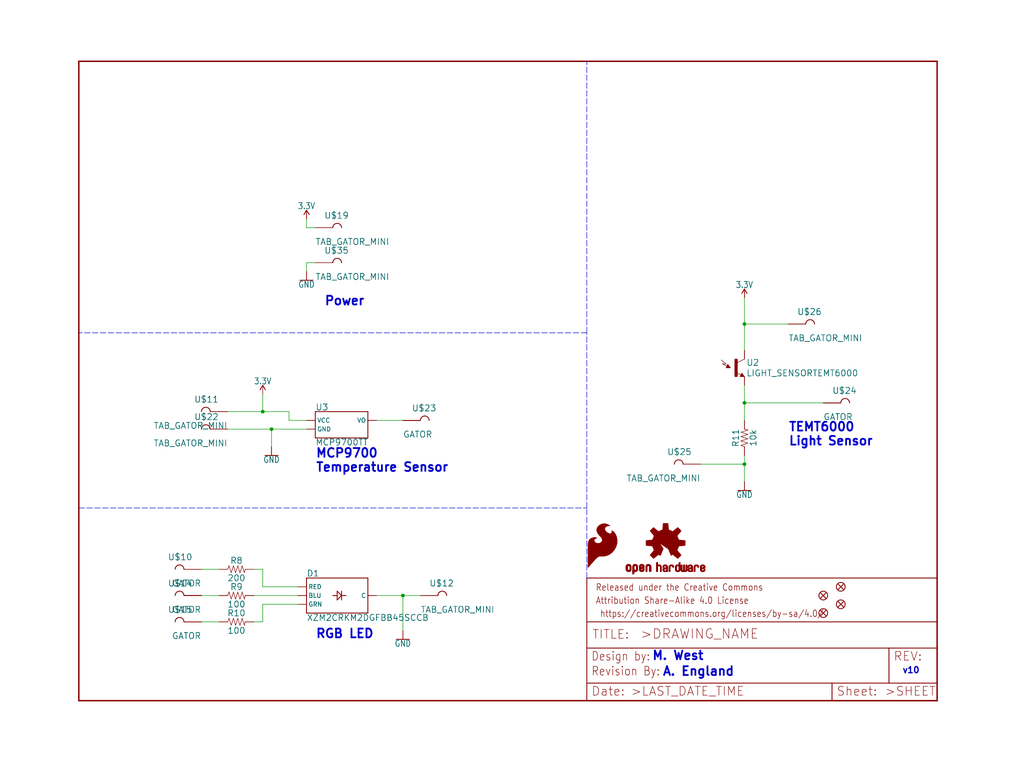
<source format=kicad_sch>
(kicad_sch (version 20211123) (generator eeschema)
  (paper "User" 297.002 223.926)
  (lib_symbols
    (symbol "schematicEagle-eagle-import:100OHM-0603-1{slash}4W-5%"
      (property "Reference" "R" (at 0 1.524 0))
      (property "Value" "100OHM-0603-1{slash}4W-5%" (at 0 -1.524 0))
      (symbol "100OHM-0603-1{slash}4W-5%_1_0"
        (pin passive line (at -5.08 0 0) (length 2.54) (name "1") (number "1"))
        (pin passive line (at 5.08 0 180) (length 2.54) (name "2") (number "2"))
      )
    )
    (symbol "schematicEagle-eagle-import:10KOHM-0603-1{slash}10W-1%"
      (property "Reference" "R" (at 0 1.524 0))
      (property "Value" "10KOHM-0603-1{slash}10W-1%" (at 0 -1.524 0))
      (symbol "10KOHM-0603-1{slash}10W-1%_1_0"
        (pin passive line (at -5.08 0 0) (length 2.54) (name "1") (number "1"))
        (pin passive line (at 5.08 0 180) (length 2.54) (name "2") (number "2"))
      )
    )
    (symbol "schematicEagle-eagle-import:200OHM-0603-1{slash}10W-1%"
      (property "Reference" "R" (at 0 1.524 0))
      (property "Value" "200OHM-0603-1{slash}10W-1%" (at 0 -1.524 0))
      (symbol "200OHM-0603-1{slash}10W-1%_1_0"
        (pin passive line (at -5.08 0 0) (length 2.54) (name "1") (number "1"))
        (pin passive line (at 5.08 0 180) (length 2.54) (name "2") (number "2"))
      )
    )
    (symbol "schematicEagle-eagle-import:3.3V" (power)
      (property "Value" "3.3V" (at 0 2.794 0))
      (symbol "3.3V_1_0"
        (pin power_in line (at 0 0 90) (length 2.54) (name "3.3V") (number "1"))
      )
    )
    (symbol "schematicEagle-eagle-import:FIDUCIALUFIDUCIAL")
    (symbol "schematicEagle-eagle-import:FRAME-LETTER"
      (symbol "FRAME-LETTER_2_0"
        (text " https://creativecommons.org/licenses/by-sa/4.0/" (at 2.54 24.13 0) (effects (font (size 1.9304 1.6408)) (justify left bottom)))
        (text ">DRAWING_NAME" (at 15.494 17.78 0) (effects (font (size 2.7432 2.7432)) (justify left bottom)))
        (text ">LAST_DATE_TIME" (at 12.7 1.27 0) (effects (font (size 2.54 2.54)) (justify left bottom)))
        (text ">SHEET" (at 86.36 1.27 0) (effects (font (size 2.54 2.54)) (justify left bottom)))
        (text "Attribution Share-Alike 4.0 License" (at 2.54 27.94 0) (effects (font (size 1.9304 1.6408)) (justify left bottom)))
        (text "Date:" (at 1.27 1.27 0) (effects (font (size 2.54 2.54)) (justify left bottom)))
        (text "Design by:" (at 1.27 11.43 0) (effects (font (size 2.54 2.159)) (justify left bottom)))
        (text "Released under the Creative Commons" (at 2.54 31.75 0) (effects (font (size 1.9304 1.6408)) (justify left bottom)))
        (text "REV:" (at 88.9 11.43 0) (effects (font (size 2.54 2.54)) (justify left bottom)))
        (text "Sheet:" (at 72.39 1.27 0) (effects (font (size 2.54 2.54)) (justify left bottom)))
        (text "TITLE:" (at 1.524 17.78 0) (effects (font (size 2.54 2.54)) (justify left bottom)))
      )
    )
    (symbol "schematicEagle-eagle-import:GATOR"
      (property "Reference" "J" (at 0 2.54 0))
      (property "Value" "GATOR" (at -2.54 -5.08 0))
      (symbol "GATOR_1_0"
        (pin bidirectional line (at -2.54 0 0) (length 5.08) (name "P$1") (number "P$1"))
        (pin bidirectional line (at -2.54 0 0) (length 5.08) (name "P$1") (number "P$2"))
      )
    )
    (symbol "schematicEagle-eagle-import:GND" (power)
      (property "Value" "GND" (at 0 -0.254 0))
      (symbol "GND_1_0"
        (pin power_in line (at 0 2.54 270) (length 2.54) (name "GND") (number "1"))
      )
    )
    (symbol "schematicEagle-eagle-import:LIGHT_SENSORTEMT6000"
      (property "Reference" "U" (at 3.048 0.508 0))
      (property "Value" "LIGHT_SENSORTEMT6000" (at 3.048 -0.508 0))
      (symbol "LIGHT_SENSORTEMT6000_1_0"
        (pin passive line (at 2.54 5.08 270) (length 2.54) (name "C1") (number "COLLECTOR"))
        (pin passive line (at 2.54 -5.08 90) (length 2.54) (name "E1") (number "EMITTER"))
      )
    )
    (symbol "schematicEagle-eagle-import:MCP9700TT"
      (property "Reference" "U" (at -7.62 5.334 0))
      (property "Value" "MCP9700TT" (at -7.62 -2.794 0))
      (symbol "MCP9700TT_1_0"
        (pin bidirectional line (at -10.16 2.54 0) (length 2.54) (name "VCC") (number "1"))
        (pin bidirectional line (at 10.16 2.54 180) (length 2.54) (name "VO") (number "2"))
        (pin bidirectional line (at -10.16 0 0) (length 2.54) (name "GND") (number "3"))
      )
    )
    (symbol "schematicEagle-eagle-import:OSHW-LOGOS")
    (symbol "schematicEagle-eagle-import:REVISION"
      (symbol "REVISION_1_0"
        (text "Revision By: " (at 0 0 0) (effects (font (size 2.54 2.159)) (justify left bottom)))
      )
    )
    (symbol "schematicEagle-eagle-import:SFE_LOGO_FLAME.1_INCH")
    (symbol "schematicEagle-eagle-import:SUNLEDSMD1"
      (property "Reference" "D" (at -7.62 5.3975 0))
      (property "Value" "SUNLEDSMD1" (at -7.62 -5.3975 0))
      (symbol "SUNLEDSMD1_1_0"
        (pin bidirectional line (at -10.16 2.54 0) (length 2.54) (name "RED") (number "1"))
        (pin bidirectional line (at -10.16 -2.54 0) (length 2.54) (name "GRN") (number "2"))
        (pin bidirectional line (at -10.16 0 0) (length 2.54) (name "BLU") (number "3"))
        (pin bidirectional line (at 12.7 0 180) (length 2.54) (name "C") (number "4"))
      )
    )
    (symbol "schematicEagle-eagle-import:TAB_GATOR_MINI"
      (property "Value" "TAB_GATOR_MINI" (at -2.54 -5.08 0))
      (symbol "TAB_GATOR_MINI_1_0"
        (pin bidirectional line (at -2.54 0 0) (length 5.08) (name "P$1") (number "P1"))
      )
    )
  )
  (junction (at 78.74 124.46))
  (junction (at 76.2 119.38))
  (junction (at 116.84 172.72))
  (junction (at 215.9 93.98))
  (junction (at 215.9 116.84))
  (junction (at 215.9 134.62))
  (wire (pts (xy 83.82 119.38) (xy 83.82 121.92)))
  (wire (pts (xy 86.36 172.72) (xy 73.66 172.72)))
  (wire (pts (xy 63.5 180.34) (xy 58.42 180.34)))
  (wire (pts (xy 78.74 124.46) (xy 88.9 124.46)))
  (wire (pts (xy 76.2 165.1) (xy 73.66 165.1)))
  (wire (pts (xy 83.82 121.92) (xy 88.9 121.92)))
  (wire (pts (xy 63.5 165.1) (xy 58.42 165.1)))
  (wire (pts (xy 76.2 175.26) (xy 76.2 180.34)))
  (polyline (pts (xy 170.18 167.64) (xy 170.18 147.32)))
  (wire (pts (xy 76.2 170.18) (xy 76.2 165.1)))
  (wire (pts (xy 116.84 172.72) (xy 116.84 182.88)))
  (polyline (pts (xy 22.86 147.32) (xy 170.18 147.32)))
  (wire (pts (xy 88.9 76.2) (xy 88.9 78.74)))
  (wire (pts (xy 215.9 132.08) (xy 215.9 134.62)))
  (polyline (pts (xy 170.18 96.52) (xy 170.18 17.78)))
  (wire (pts (xy 86.36 175.26) (xy 76.2 175.26)))
  (wire (pts (xy 215.9 116.84) (xy 238.76 116.84)))
  (wire (pts (xy 86.36 170.18) (xy 76.2 170.18)))
  (wire (pts (xy 238.76 116.84) (xy 241.3 116.84)))
  (wire (pts (xy 215.9 101.6) (xy 215.9 93.98)))
  (wire (pts (xy 215.9 116.84) (xy 215.9 121.92)))
  (wire (pts (xy 88.9 63.5) (xy 88.9 66.04)))
  (wire (pts (xy 78.74 129.54) (xy 78.74 124.46)))
  (wire (pts (xy 215.9 134.62) (xy 215.9 139.7)))
  (wire (pts (xy 215.9 111.76) (xy 215.9 116.84)))
  (wire (pts (xy 91.44 76.2) (xy 88.9 76.2)))
  (polyline (pts (xy 170.18 96.52) (xy 22.86 96.52)))
  (wire (pts (xy 215.9 134.62) (xy 203.2 134.62)))
  (wire (pts (xy 63.5 172.72) (xy 58.42 172.72)))
  (wire (pts (xy 109.22 172.72) (xy 116.84 172.72)))
  (wire (pts (xy 76.2 180.34) (xy 73.66 180.34)))
  (wire (pts (xy 215.9 93.98) (xy 228.6 93.98)))
  (wire (pts (xy 88.9 66.04) (xy 91.44 66.04)))
  (polyline (pts (xy 170.18 147.32) (xy 170.18 96.52)))
  (wire (pts (xy 76.2 119.38) (xy 83.82 119.38)))
  (wire (pts (xy 66.04 119.38) (xy 76.2 119.38)))
  (wire (pts (xy 76.2 114.3) (xy 76.2 119.38)))
  (wire (pts (xy 109.22 121.92) (xy 116.84 121.92)))
  (wire (pts (xy 66.04 124.46) (xy 78.74 124.46)))
  (wire (pts (xy 116.84 172.72) (xy 121.92 172.72)))
  (wire (pts (xy 215.9 93.98) (xy 215.9 86.36)))
  (text "TEMT6000\nLight Sensor" (at 228.6 129.54 180) (effects (font (size 2.54 2.54) (thickness 0.508) bold) (justify left bottom)))
  (text "M. West" (at 188.976 191.77 180) (effects (font (size 2.54 2.54) (thickness 0.508) bold) (justify left bottom)))
  (text "v10" (at 261.62 195.58 180) (effects (font (size 1.778 1.778) (thickness 0.3556) bold) (justify left bottom)))
  (text "RGB LED" (at 91.44 185.42 180) (effects (font (size 2.54 2.54) (thickness 0.508) bold) (justify left bottom)))
  (text "Power" (at 93.98 88.9 180) (effects (font (size 2.54 2.54) (thickness 0.508) bold) (justify left bottom)))
  (text "A. England" (at 192.024 196.342 180) (effects (font (size 2.54 2.54) (thickness 0.508) bold) (justify left bottom)))
  (text "MCP9700\nTemperature Sensor" (at 91.44 137.16 180) (effects (font (size 2.54 2.54) (thickness 0.508) bold) (justify left bottom)))
  (symbol (lib_id "schematicEagle-eagle-import:200OHM-0603-1{slash}10W-1%") (at 68.58 165.1 0) (unit 1)
    (property "Reference" "R8" (at 68.58 163.576 0) (effects (font (size 1.778 1.778)) (justify bottom)))
    (property "Value" "200" (at 68.58 166.624 0) (effects (font (size 1.778 1.778)) (justify top)))
    (property "Footprint" "schematicEagle:0603" (effects hide))
  )
  (symbol (lib_id "schematicEagle-eagle-import:GATOR") (at 55.88 180.34 0) (mirror y) (unit 1)
    (property "Reference" "U$15" (at 55.88 177.8 0) (effects (font (size 1.778 1.778)) (justify left bottom)))
    (property "Value" "GATOR" (at 58.42 185.42 0) (effects (font (size 1.778 1.778)) (justify left bottom)))
    (property "Footprint" "schematicEagle:GATOR" (effects hide))
  )
  (symbol (lib_id "schematicEagle-eagle-import:REVISION") (at 171.45 196.088 0) (unit 1)
    (property "Reference" "LOGO7" (effects hide))
    (property "Value" "REVISION" (effects hide))
    (property "Footprint" "schematicEagle:REVISION" (effects hide))
  )
  (symbol (lib_id "schematicEagle-eagle-import:TAB_GATOR_MINI") (at 200.66 134.62 0) (mirror y) (unit 1)
    (property "Reference" "U$25" (at 200.66 132.08 0) (effects (font (size 1.778 1.778)) (justify left bottom)))
    (property "Value" "TAB_GATOR_MINI" (at 203.2 139.7 0) (effects (font (size 1.778 1.778)) (justify left bottom)))
    (property "Footprint" "schematicEagle:TAB_GATOR_MINI" (effects hide))
  )
  (symbol (lib_id "schematicEagle-eagle-import:100OHM-0603-1{slash}4W-5%") (at 68.58 180.34 0) (unit 1)
    (property "Reference" "R10" (at 68.58 178.816 0) (effects (font (size 1.778 1.778)) (justify bottom)))
    (property "Value" "100" (at 68.58 181.864 0) (effects (font (size 1.778 1.778)) (justify top)))
    (property "Footprint" "schematicEagle:0603" (effects hide))
  )
  (symbol (lib_id "schematicEagle-eagle-import:FIDUCIALUFIDUCIAL") (at 243.84 175.26 0) (unit 1)
    (property "Reference" "FD4" (effects hide))
    (property "Value" "FIDUCIALUFIDUCIAL" (effects hide))
    (property "Footprint" "schematicEagle:FIDUCIAL-MICRO" (effects hide))
  )
  (symbol (lib_id "schematicEagle-eagle-import:TAB_GATOR_MINI") (at 63.5 119.38 0) (mirror y) (unit 1)
    (property "Reference" "U$11" (at 63.5 116.84 0) (effects (font (size 1.778 1.778)) (justify left bottom)))
    (property "Value" "TAB_GATOR_MINI" (at 66.04 124.46 0) (effects (font (size 1.778 1.778)) (justify left bottom)))
    (property "Footprint" "schematicEagle:TAB_GATOR_MINI" (effects hide))
  )
  (symbol (lib_id "schematicEagle-eagle-import:3.3V") (at 76.2 114.3 0) (unit 1)
    (property "Reference" "#SUPPLY10" (effects hide))
    (property "Value" "3.3V" (at 76.2 111.506 0) (effects (font (size 1.778 1.5113)) (justify bottom)))
    (property "Footprint" "schematicEagle:" (effects hide))
  )
  (symbol (lib_id "schematicEagle-eagle-import:GND") (at 78.74 132.08 0) (unit 1)
    (property "Reference" "#GND9" (effects hide))
    (property "Value" "GND" (at 78.74 132.334 0) (effects (font (size 1.778 1.5113)) (justify top)))
    (property "Footprint" "schematicEagle:" (effects hide))
  )
  (symbol (lib_id "schematicEagle-eagle-import:3.3V") (at 215.9 86.36 0) (unit 1)
    (property "Reference" "#SUPPLY11" (effects hide))
    (property "Value" "3.3V" (at 215.9 83.566 0) (effects (font (size 1.778 1.5113)) (justify bottom)))
    (property "Footprint" "schematicEagle:" (effects hide))
  )
  (symbol (lib_id "schematicEagle-eagle-import:GATOR") (at 119.38 121.92 0) (unit 1)
    (property "Reference" "U$23" (at 119.38 119.38 0) (effects (font (size 1.778 1.778)) (justify left bottom)))
    (property "Value" "GATOR" (at 116.84 127 0) (effects (font (size 1.778 1.778)) (justify left bottom)))
    (property "Footprint" "schematicEagle:GATOR" (effects hide))
  )
  (symbol (lib_id "schematicEagle-eagle-import:TAB_GATOR_MINI") (at 93.98 66.04 0) (unit 1)
    (property "Reference" "U$19" (at 93.98 63.5 0) (effects (font (size 1.778 1.778)) (justify left bottom)))
    (property "Value" "TAB_GATOR_MINI" (at 91.44 71.12 0) (effects (font (size 1.778 1.778)) (justify left bottom)))
    (property "Footprint" "schematicEagle:TAB_GATOR_MINI" (effects hide))
  )
  (symbol (lib_id "schematicEagle-eagle-import:TAB_GATOR_MINI") (at 93.98 76.2 0) (unit 1)
    (property "Reference" "U$35" (at 93.98 73.66 0) (effects (font (size 1.778 1.778)) (justify left bottom)))
    (property "Value" "TAB_GATOR_MINI" (at 91.44 81.28 0) (effects (font (size 1.778 1.778)) (justify left bottom)))
    (property "Footprint" "schematicEagle:TAB_GATOR_MINI" (effects hide))
  )
  (symbol (lib_id "schematicEagle-eagle-import:FRAME-LETTER") (at 22.86 203.2 0) (unit 1)
    (property "Reference" "FRAME1" (effects hide))
    (property "Value" "FRAME-LETTER" (effects hide))
    (property "Footprint" "schematicEagle:CREATIVE_COMMONS" (effects hide))
  )
  (symbol (lib_id "schematicEagle-eagle-import:3.3V") (at 88.9 63.5 0) (unit 1)
    (property "Reference" "#SUPPLY1" (effects hide))
    (property "Value" "3.3V" (at 88.9 60.706 0) (effects (font (size 1.778 1.5113)) (justify bottom)))
    (property "Footprint" "schematicEagle:" (effects hide))
  )
  (symbol (lib_id "schematicEagle-eagle-import:GATOR") (at 55.88 172.72 0) (mirror y) (unit 1)
    (property "Reference" "U$14" (at 55.88 170.18 0) (effects (font (size 1.778 1.778)) (justify left bottom)))
    (property "Value" "GATOR" (at 58.42 177.8 0) (effects (font (size 1.778 1.778)) (justify left bottom)))
    (property "Footprint" "schematicEagle:GATOR" (effects hide))
  )
  (symbol (lib_id "schematicEagle-eagle-import:SFE_LOGO_FLAME.1_INCH") (at 170.18 165.1 0) (unit 1)
    (property "Reference" "LOGO1" (effects hide))
    (property "Value" "SFE_LOGO_FLAME.1_INCH" (effects hide))
    (property "Footprint" "schematicEagle:SFE_LOGO_FLAME_.1" (effects hide))
  )
  (symbol (lib_id "schematicEagle-eagle-import:TAB_GATOR_MINI") (at 231.14 93.98 0) (unit 1)
    (property "Reference" "U$26" (at 231.14 91.44 0) (effects (font (size 1.778 1.778)) (justify left bottom)))
    (property "Value" "TAB_GATOR_MINI" (at 228.6 99.06 0) (effects (font (size 1.778 1.778)) (justify left bottom)))
    (property "Footprint" "schematicEagle:TAB_GATOR_MINI" (effects hide))
  )
  (symbol (lib_id "schematicEagle-eagle-import:FIDUCIALUFIDUCIAL") (at 238.76 172.72 0) (unit 1)
    (property "Reference" "FD1" (effects hide))
    (property "Value" "FIDUCIALUFIDUCIAL" (effects hide))
    (property "Footprint" "schematicEagle:FIDUCIAL-MICRO" (effects hide))
  )
  (symbol (lib_id "schematicEagle-eagle-import:FRAME-LETTER") (at 170.18 203.2 0) (unit 2)
    (property "Reference" "FRAME1" (effects hide))
    (property "Value" "FRAME-LETTER" (effects hide))
    (property "Footprint" "schematicEagle:CREATIVE_COMMONS" (effects hide))
  )
  (symbol (lib_id "schematicEagle-eagle-import:100OHM-0603-1{slash}4W-5%") (at 68.58 172.72 0) (unit 1)
    (property "Reference" "R9" (at 68.58 171.196 0) (effects (font (size 1.778 1.778)) (justify bottom)))
    (property "Value" "100" (at 68.58 174.244 0) (effects (font (size 1.778 1.778)) (justify top)))
    (property "Footprint" "schematicEagle:0603" (effects hide))
  )
  (symbol (lib_id "schematicEagle-eagle-import:FIDUCIALUFIDUCIAL") (at 238.76 177.8 0) (unit 1)
    (property "Reference" "FD2" (effects hide))
    (property "Value" "FIDUCIALUFIDUCIAL" (effects hide))
    (property "Footprint" "schematicEagle:FIDUCIAL-MICRO" (effects hide))
  )
  (symbol (lib_id "schematicEagle-eagle-import:GND") (at 88.9 81.28 0) (unit 1)
    (property "Reference" "#GND1" (effects hide))
    (property "Value" "GND" (at 88.9 81.534 0) (effects (font (size 1.778 1.5113)) (justify top)))
    (property "Footprint" "schematicEagle:" (effects hide))
  )
  (symbol (lib_id "schematicEagle-eagle-import:10KOHM-0603-1{slash}10W-1%") (at 215.9 127 90) (unit 1)
    (property "Reference" "R11" (at 214.376 127 0) (effects (font (size 1.778 1.778)) (justify bottom)))
    (property "Value" "10k" (at 217.424 127 0) (effects (font (size 1.778 1.778)) (justify top)))
    (property "Footprint" "schematicEagle:0603" (effects hide))
  )
  (symbol (lib_id "schematicEagle-eagle-import:MCP9700TT") (at 99.06 124.46 0) (unit 1)
    (property "Reference" "U3" (at 91.44 119.126 0) (effects (font (size 1.778 1.778)) (justify left bottom)))
    (property "Value" "MCP9700TT" (at 91.44 127.254 0) (effects (font (size 1.778 1.778)) (justify left top)))
    (property "Footprint" "schematicEagle:SOT23-3" (effects hide))
  )
  (symbol (lib_id "schematicEagle-eagle-import:TAB_GATOR_MINI") (at 63.5 124.46 0) (mirror y) (unit 1)
    (property "Reference" "U$22" (at 63.5 121.92 0) (effects (font (size 1.778 1.778)) (justify left bottom)))
    (property "Value" "TAB_GATOR_MINI" (at 66.04 129.54 0) (effects (font (size 1.778 1.778)) (justify left bottom)))
    (property "Footprint" "schematicEagle:TAB_GATOR_MINI" (effects hide))
  )
  (symbol (lib_id "schematicEagle-eagle-import:LIGHT_SENSORTEMT6000") (at 213.36 106.68 0) (unit 1)
    (property "Reference" "U2" (at 216.408 106.172 0) (effects (font (size 1.778 1.778)) (justify left bottom)))
    (property "Value" "LIGHT_SENSORTEMT6000" (at 216.408 107.188 0) (effects (font (size 1.778 1.778)) (justify left top)))
    (property "Footprint" "schematicEagle:TEMT6000" (effects hide))
  )
  (symbol (lib_id "schematicEagle-eagle-import:SUNLEDSMD1") (at 96.52 172.72 0) (unit 1)
    (property "Reference" "D1" (at 88.9 167.3225 0) (effects (font (size 1.778 1.778)) (justify left bottom)))
    (property "Value" "XZM2CRKM2DGFBB45SCCB" (at 88.9 178.1175 0) (effects (font (size 1.778 1.778)) (justify left top)))
    (property "Footprint" "schematicEagle:PLCC4SMDLED" (effects hide))
  )
  (symbol (lib_id "schematicEagle-eagle-import:GND") (at 116.84 185.42 0) (unit 1)
    (property "Reference" "#GND2" (effects hide))
    (property "Value" "GND" (at 116.84 185.674 0) (effects (font (size 1.778 1.5113)) (justify top)))
    (property "Footprint" "schematicEagle:" (effects hide))
  )
  (symbol (lib_id "schematicEagle-eagle-import:OSHW-LOGOS") (at 193.04 157.48 0) (unit 1)
    (property "Reference" "LOGO2" (effects hide))
    (property "Value" "OSHW-LOGOS" (effects hide))
    (property "Footprint" "schematicEagle:OSHW-LOGO-S" (effects hide))
  )
  (symbol (lib_id "schematicEagle-eagle-import:TAB_GATOR_MINI") (at 124.46 172.72 0) (unit 1)
    (property "Reference" "U$12" (at 124.46 170.18 0) (effects (font (size 1.778 1.778)) (justify left bottom)))
    (property "Value" "TAB_GATOR_MINI" (at 121.92 177.8 0) (effects (font (size 1.778 1.778)) (justify left bottom)))
    (property "Footprint" "schematicEagle:TAB_GATOR_MINI" (effects hide))
  )
  (symbol (lib_id "schematicEagle-eagle-import:GATOR") (at 241.3 116.84 0) (unit 1)
    (property "Reference" "U$24" (at 241.3 114.3 0) (effects (font (size 1.778 1.778)) (justify left bottom)))
    (property "Value" "GATOR" (at 238.76 121.92 0) (effects (font (size 1.778 1.778)) (justify left bottom)))
    (property "Footprint" "schematicEagle:GATOR" (effects hide))
  )
  (symbol (lib_id "schematicEagle-eagle-import:FIDUCIALUFIDUCIAL") (at 243.84 170.18 0) (unit 1)
    (property "Reference" "FD3" (effects hide))
    (property "Value" "FIDUCIALUFIDUCIAL" (effects hide))
    (property "Footprint" "schematicEagle:FIDUCIAL-MICRO" (effects hide))
  )
  (symbol (lib_id "schematicEagle-eagle-import:GATOR") (at 55.88 165.1 0) (mirror y) (unit 1)
    (property "Reference" "U$10" (at 55.88 162.56 0) (effects (font (size 1.778 1.778)) (justify left bottom)))
    (property "Value" "GATOR" (at 58.42 170.18 0) (effects (font (size 1.778 1.778)) (justify left bottom)))
    (property "Footprint" "schematicEagle:GATOR" (effects hide))
  )
  (symbol (lib_id "schematicEagle-eagle-import:GND") (at 215.9 142.24 0) (unit 1)
    (property "Reference" "#GND10" (effects hide))
    (property "Value" "GND" (at 215.9 142.494 0) (effects (font (size 1.778 1.5113)) (justify top)))
    (property "Footprint" "schematicEagle:" (effects hide))
  )
)
</source>
